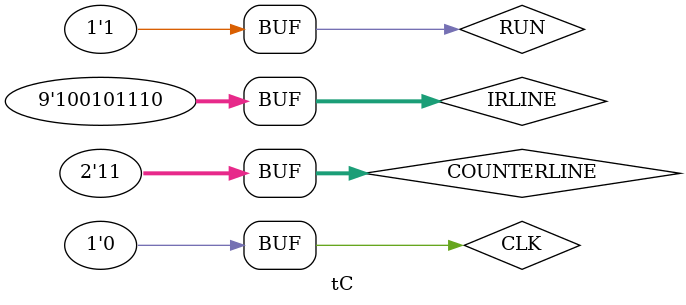
<source format=v>
module CONTROLUNIT
(
    input RUN, CLK,
    input [1:0] COUNTERLINE,
    input [8:0] IRLINE,
    output reg [9:0] MUXLINE,
    output reg [9:0] REGSELECTORS,
    output reg ADDSUB,
    output [2:0] INS,
    output reg COUNTERCLR,
    output reg DONE
);

    // Instruction will be in the format IIIXXXYYY
    localparam I0 = 3'b001;
    localparam I1 = 3'b010;
    localparam I2 = 3'b011;
    localparam I3 = 3'b100;
        
    // Fetch instruction
    wire [2:0] INSTRUCTION;
    //reg IREN;
    reg [8:0] IRtoCU;
    assign INSTRUCTION = IRtoCU[8:6];
    assign INS = INSTRUCTION;
    
    // REGSELECTORS 10'bGA_HGFE_DCBA
    
    // Fetch registers
    wire [7:0] REG1, REG2;
    // Get IR Decoded
    DECODER DEC1(
        .LINEIN(IRtoCU[5:3]),
        .EN(1'b1),
        .LINEOUT(REG1)
    );
    DECODER DEC2(
        .LINEIN(IRtoCU[2:0]),
        .EN(1'b1),
        .LINEOUT(REG2)
    );
    
    always @ (negedge CLK)
        begin
            if (COUNTERLINE == 2'b00)
                begin
                    IRtoCU = IRLINE;
                end
        end
    
    always @ (*)
        begin
            if (RUN)
                begin
                    case (COUNTERLINE)
                        2'b00: // Fetch Instruction to IR
                            begin
                                DONE = 1'b0;
                                // Clear MUX Line;
                                MUXLINE = 10'b00_0000_0000;
                                // Clear REG Line;
                                REGSELECTORS = 10'b00_0000_0000;
                                COUNTERCLR <= 1'b0;
                            end
                        2'b01: // Time Step One
                            begin
                                case (INSTRUCTION)
                                    I0: // RX <- RY; DONE;
                                        begin
                                            // Open RY REG from MUX;
                                            MUXLINE = {2'b00, REG2};
                                            // Open RX REG from CU;
                                            REGSELECTORS = {2'b00, REG1};
                                            // Assert Done;
                                            DONE = 1'b1;
                                            COUNTERCLR <= 1'b1;
                                        end
                                    I1: // RX <- DIN; DONE;
                                        begin
                                            // Open RX REG from CU;
                                            REGSELECTORS = {2'b00, REG1};
                                            // Open DIN Line from MUX;
                                            MUXLINE = 10'b10_0000_0000;
                                            // Assert Done;
                                            DONE = 1'b1;
                                            COUNTERCLR <= 1'b1;
                                        end
                                    I2: // REGA <- RX;
                                        begin
                                            // Open RX REG from MUX;
                                            MUXLINE = {2'b00, REG1};
                                            // Enable ALU Accumulator;
                                            REGSELECTORS = 10'b01_0000_0000;
                                            DONE = 1'b0;
                                        end
                                    I3: // REGA <- RX;
                                        begin
                                            // Open RX REG from CU;
                                            MUXLINE = {2'b00, REG1};
                                            // Enable ALU Accumulator;
                                            REGSELECTORS = 10'b01_0000_0000;
                                            DONE = 1'b0;
                                        end
                                endcase
                            end
                        2'b10: // Time Step Two
                            begin
                                case (INSTRUCTION)
                                    I2: // REGG <- RY; ADD = 1;
                                        begin
                                            // Open RY from MUX;
                                            MUXLINE = {2'b00, REG2};
                                            // Open REGG from CU;
                                            REGSELECTORS = 10'b10_0000_0000;
                                            // Add;
                                            ADDSUB = 1'b1;
                                        end
                                    I3: // REGG <- RY; ADD = 0;
                                        begin
                                            // Open RY from MUX;
                                            MUXLINE = {2'b00, REG2};
                                            // Open REGG from CU;
                                            REGSELECTORS = 10'b10_0000_0000;
                                            // Substract;
                                            ADDSUB = 1'b0;
                                        end
                                endcase
                            end
                        2'b11: // Time Step Three
                            begin
                                case (INSTRUCTION)
                                    I2: // RX <- REGG; DONE;
                                        begin
                                            // Open REGG from MUX;
                                            MUXLINE = 10'b01_0000_0000;
                                            // Open REGX from CU;
                                            REGSELECTORS = {2'b00, REG1};
                                            // Assert Done;
                                            DONE = 1'b1;
                                            COUNTERCLR <= 1'b1;
                                        end
                                    I3: // RX <- REGG; DONE;
                                        begin
                                            // Open REGG from MUX;
                                            MUXLINE = 10'b01_0000_0000;
                                            // Open REGX from CU;
                                            REGSELECTORS = {2'b00, REG1};
                                            // Assert Done;
                                            DONE = 1'b1;
                                            COUNTERCLR <= 1'b1;
                                        end
                                endcase
                            end
                    endcase
                end
        end


endmodule

module tC;

    reg RUN, CLK;
    reg [1:0] COUNTERLINE;
    reg [8:0] IRLINE;
    wire [9:0] MUXLINE, REGSELECTORS;
    wire [2:0] INS;
    wire ADDSUB, COUNTERCLR, DONE;
    
    // Initiate CU
    CONTROLUNIT UUT(
        .CLK(CLK),
        .RUN(RUN),
        .COUNTERLINE(COUNTERLINE),
        .IRLINE(IRLINE),
        .MUXLINE(MUXLINE),
        .REGSELECTORS(REGSELECTORS),
        .ADDSUB(ADDSUB),
        .INS(INS),
        .COUNTERCLR(COUNTERCLR),
        .DONE(DONE)
    );
    
    // Initiate Registers
    initial begin
        RUN = 1'b0;
        CLK = 1'b0;
    end
    
    // Test
    initial begin
    
        #1 // Initiate Circuit by resetting
        RUN = 1'b1;
        CLK = 1'b1;
        /******************************** I0 *********************************/
        #0 // Time Step 1 -> I0
        COUNTERLINE = 2'b00;
        IRLINE = 9'b001_001_011;
        #1
        CLK = 1'b0;
        
        #1 // Time Step 2 -> I0
        CLK = 1'b1;
        COUNTERLINE = 2'b01;
        IRLINE = 9'b001_111_101; // To check if new IRs are taken into account
        #1
        CLK = 1'b0;
        
        /******************************** I1 *********************************/
        #1 // Time Step 1 -> I1
        COUNTERLINE = 2'b00;
        IRLINE = 9'b010_001_000;
        CLK = 1'b1;
        #1
        CLK = 1'b0;
        
        #1 // Time Step 2 -> I1
        COUNTERLINE = 2'b01;
        IRLINE = 9'b001_101_101; // To check if new IRs are taken into account
        CLK = 1'b1;
        #1
        CLK = 1'b0;
        
        /******************************** I2 *********************************/
        #1 // Time Step 1 -> I2
        COUNTERLINE = 2'b00;
        IRLINE = 9'b011_011_010;
        CLK = 1'b1;
        #1
        CLK = 1'b0;
        
        #1 // Time Step 2 -> I2
        COUNTERLINE = 2'b01;
        IRLINE = 9'b001_111_100; // To check if new IRs are taken into account
        CLK = 1'b1;
        #1
        CLK = 1'b0;
        
        #1 // Time Step 3 -> I2
        COUNTERLINE = 2'b10;
        CLK = 1'b1;
        #1
        CLK = 1'b0;
        
        #1 // Time Step 4 -> I2
        COUNTERLINE = 2'b11;
        CLK = 1'b1;
        #1
        CLK = 1'b0;
        
        /******************************** I3 *********************************/
        #1 // Time Step 1 -> I3
        COUNTERLINE = 2'b00;
        IRLINE = 9'b100_101_110;
        CLK = 1'b1;
        #1
        CLK = 1'b0;
        
        #1 // Time Step 2 -> I3
        COUNTERLINE = 2'b01;
        CLK = 1'b1;
        #1
        CLK = 1'b0;
        
        #1 // Time Step 3 -> I3
        COUNTERLINE = 2'b10;
        CLK = 1'b1;
        #1
        CLK = 1'b0;
        
        #1 // Time Step 4 -> I3
        COUNTERLINE = 2'b11;
        CLK = 1'b1;
        #1
        CLK = 1'b0;
        #1
        CLK = 1'b1;
        #1
        CLK = 1'b0;
    end

endmodule

</source>
